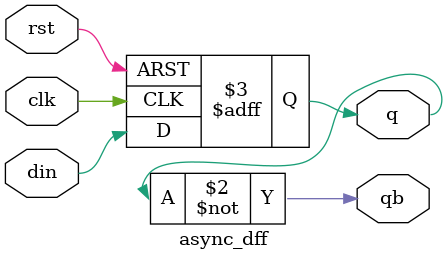
<source format=v>
module async_dff(input clk,rst,din, 
				output reg q, output qb);		
	always@(posedge clk or posedge rst)
		begin
			if(rst)
				q <= 1'b0;
			else
				q <= din;
		end
		
	assign qb = ~q;
endmodule



</source>
